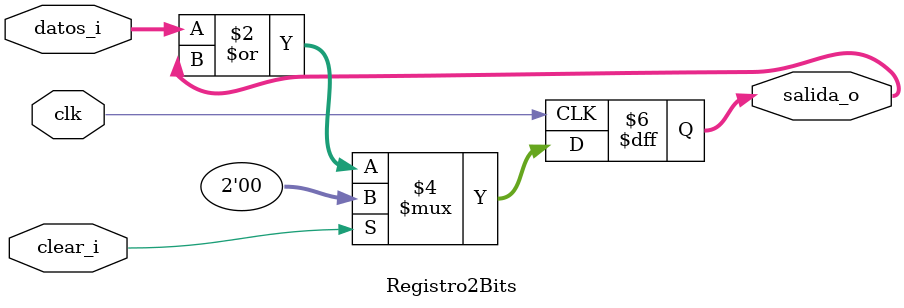
<source format=v>
`timescale 1ns / 1ps

module Registro2Bits(
	clk,
	datos_i,
	clear_i,
	salida_o
   );
	
	input clk, clear_i;
	input [1:0] datos_i;
	output reg [1:0] salida_o;
	
	always @(posedge clk) begin
		
		if(clear_i) 
			salida_o<=2'b00;
		else 
			salida_o <= datos_i | salida_o;
	end
	

endmodule


</source>
